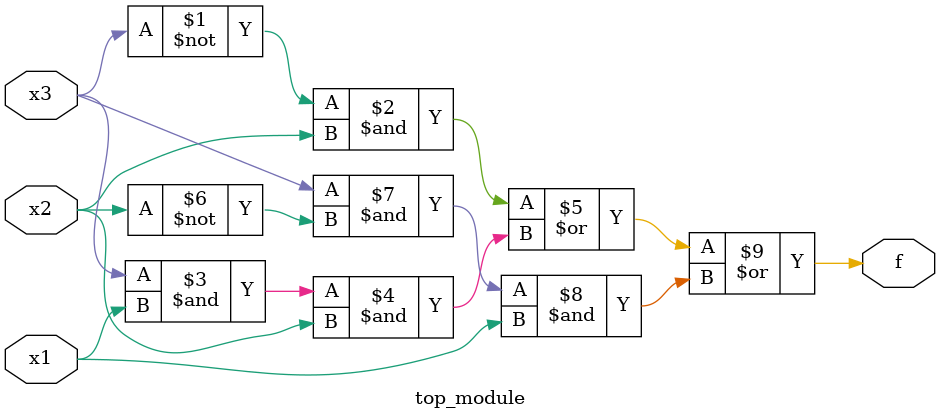
<source format=sv>
module top_module (
	input x3,
	input x2,
	input x1,
	output f
);

assign f = (~x3 & x2) | (x3 & x1 & x2) | (x3 & ~x2 & x1);

endmodule

</source>
